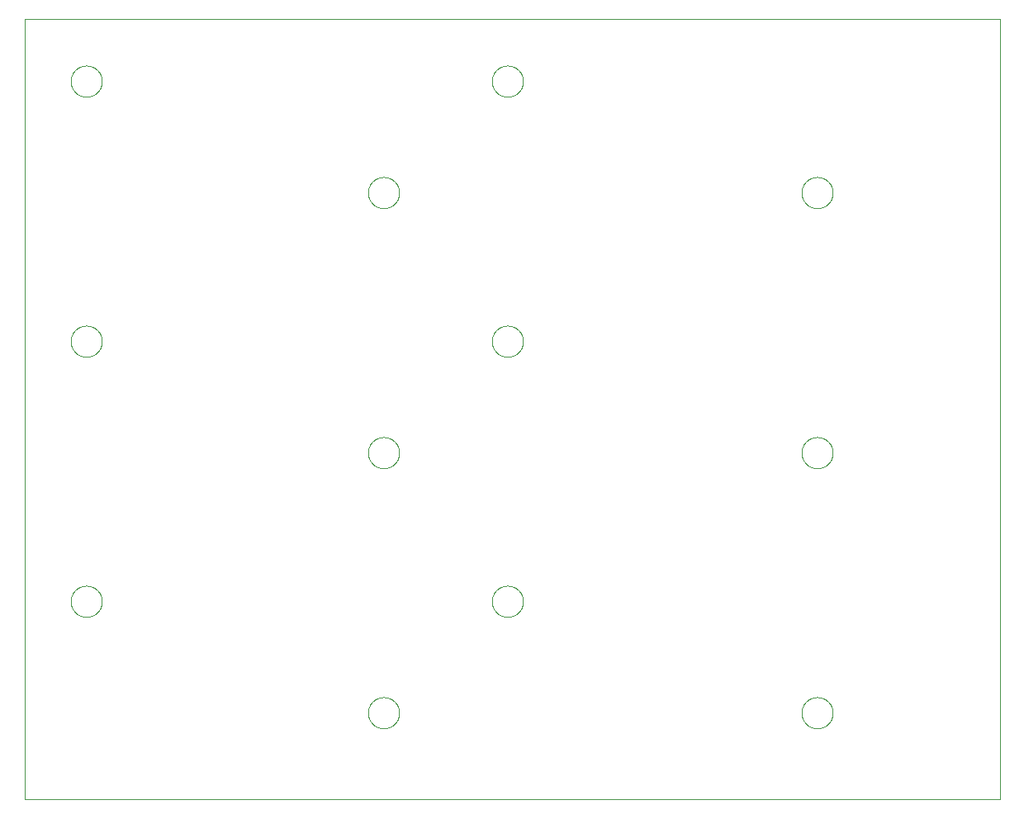
<source format=gtp>
G75*
%MOIN*%
%OFA0B0*%
%FSLAX25Y25*%
%IPPOS*%
%LPD*%
%AMOC8*
5,1,8,0,0,1.08239X$1,22.5*
%
%ADD10C,0.00000*%
D10*
X0002600Y0002600D02*
X0002600Y0317561D01*
X0396301Y0317561D01*
X0396301Y0002600D01*
X0002600Y0002600D01*
X0021301Y0082600D02*
X0021303Y0082758D01*
X0021309Y0082916D01*
X0021319Y0083074D01*
X0021333Y0083232D01*
X0021351Y0083389D01*
X0021372Y0083546D01*
X0021398Y0083702D01*
X0021428Y0083858D01*
X0021461Y0084013D01*
X0021499Y0084166D01*
X0021540Y0084319D01*
X0021585Y0084471D01*
X0021634Y0084622D01*
X0021687Y0084771D01*
X0021743Y0084919D01*
X0021803Y0085065D01*
X0021867Y0085210D01*
X0021935Y0085353D01*
X0022006Y0085495D01*
X0022080Y0085635D01*
X0022158Y0085772D01*
X0022240Y0085908D01*
X0022324Y0086042D01*
X0022413Y0086173D01*
X0022504Y0086302D01*
X0022599Y0086429D01*
X0022696Y0086554D01*
X0022797Y0086676D01*
X0022901Y0086795D01*
X0023008Y0086912D01*
X0023118Y0087026D01*
X0023231Y0087137D01*
X0023346Y0087246D01*
X0023464Y0087351D01*
X0023585Y0087453D01*
X0023708Y0087553D01*
X0023834Y0087649D01*
X0023962Y0087742D01*
X0024092Y0087832D01*
X0024225Y0087918D01*
X0024360Y0088002D01*
X0024496Y0088081D01*
X0024635Y0088158D01*
X0024776Y0088230D01*
X0024918Y0088300D01*
X0025062Y0088365D01*
X0025208Y0088427D01*
X0025355Y0088485D01*
X0025504Y0088540D01*
X0025654Y0088591D01*
X0025805Y0088638D01*
X0025957Y0088681D01*
X0026110Y0088720D01*
X0026265Y0088756D01*
X0026420Y0088787D01*
X0026576Y0088815D01*
X0026732Y0088839D01*
X0026889Y0088859D01*
X0027047Y0088875D01*
X0027204Y0088887D01*
X0027363Y0088895D01*
X0027521Y0088899D01*
X0027679Y0088899D01*
X0027837Y0088895D01*
X0027996Y0088887D01*
X0028153Y0088875D01*
X0028311Y0088859D01*
X0028468Y0088839D01*
X0028624Y0088815D01*
X0028780Y0088787D01*
X0028935Y0088756D01*
X0029090Y0088720D01*
X0029243Y0088681D01*
X0029395Y0088638D01*
X0029546Y0088591D01*
X0029696Y0088540D01*
X0029845Y0088485D01*
X0029992Y0088427D01*
X0030138Y0088365D01*
X0030282Y0088300D01*
X0030424Y0088230D01*
X0030565Y0088158D01*
X0030704Y0088081D01*
X0030840Y0088002D01*
X0030975Y0087918D01*
X0031108Y0087832D01*
X0031238Y0087742D01*
X0031366Y0087649D01*
X0031492Y0087553D01*
X0031615Y0087453D01*
X0031736Y0087351D01*
X0031854Y0087246D01*
X0031969Y0087137D01*
X0032082Y0087026D01*
X0032192Y0086912D01*
X0032299Y0086795D01*
X0032403Y0086676D01*
X0032504Y0086554D01*
X0032601Y0086429D01*
X0032696Y0086302D01*
X0032787Y0086173D01*
X0032876Y0086042D01*
X0032960Y0085908D01*
X0033042Y0085772D01*
X0033120Y0085635D01*
X0033194Y0085495D01*
X0033265Y0085353D01*
X0033333Y0085210D01*
X0033397Y0085065D01*
X0033457Y0084919D01*
X0033513Y0084771D01*
X0033566Y0084622D01*
X0033615Y0084471D01*
X0033660Y0084319D01*
X0033701Y0084166D01*
X0033739Y0084013D01*
X0033772Y0083858D01*
X0033802Y0083702D01*
X0033828Y0083546D01*
X0033849Y0083389D01*
X0033867Y0083232D01*
X0033881Y0083074D01*
X0033891Y0082916D01*
X0033897Y0082758D01*
X0033899Y0082600D01*
X0033897Y0082442D01*
X0033891Y0082284D01*
X0033881Y0082126D01*
X0033867Y0081968D01*
X0033849Y0081811D01*
X0033828Y0081654D01*
X0033802Y0081498D01*
X0033772Y0081342D01*
X0033739Y0081187D01*
X0033701Y0081034D01*
X0033660Y0080881D01*
X0033615Y0080729D01*
X0033566Y0080578D01*
X0033513Y0080429D01*
X0033457Y0080281D01*
X0033397Y0080135D01*
X0033333Y0079990D01*
X0033265Y0079847D01*
X0033194Y0079705D01*
X0033120Y0079565D01*
X0033042Y0079428D01*
X0032960Y0079292D01*
X0032876Y0079158D01*
X0032787Y0079027D01*
X0032696Y0078898D01*
X0032601Y0078771D01*
X0032504Y0078646D01*
X0032403Y0078524D01*
X0032299Y0078405D01*
X0032192Y0078288D01*
X0032082Y0078174D01*
X0031969Y0078063D01*
X0031854Y0077954D01*
X0031736Y0077849D01*
X0031615Y0077747D01*
X0031492Y0077647D01*
X0031366Y0077551D01*
X0031238Y0077458D01*
X0031108Y0077368D01*
X0030975Y0077282D01*
X0030840Y0077198D01*
X0030704Y0077119D01*
X0030565Y0077042D01*
X0030424Y0076970D01*
X0030282Y0076900D01*
X0030138Y0076835D01*
X0029992Y0076773D01*
X0029845Y0076715D01*
X0029696Y0076660D01*
X0029546Y0076609D01*
X0029395Y0076562D01*
X0029243Y0076519D01*
X0029090Y0076480D01*
X0028935Y0076444D01*
X0028780Y0076413D01*
X0028624Y0076385D01*
X0028468Y0076361D01*
X0028311Y0076341D01*
X0028153Y0076325D01*
X0027996Y0076313D01*
X0027837Y0076305D01*
X0027679Y0076301D01*
X0027521Y0076301D01*
X0027363Y0076305D01*
X0027204Y0076313D01*
X0027047Y0076325D01*
X0026889Y0076341D01*
X0026732Y0076361D01*
X0026576Y0076385D01*
X0026420Y0076413D01*
X0026265Y0076444D01*
X0026110Y0076480D01*
X0025957Y0076519D01*
X0025805Y0076562D01*
X0025654Y0076609D01*
X0025504Y0076660D01*
X0025355Y0076715D01*
X0025208Y0076773D01*
X0025062Y0076835D01*
X0024918Y0076900D01*
X0024776Y0076970D01*
X0024635Y0077042D01*
X0024496Y0077119D01*
X0024360Y0077198D01*
X0024225Y0077282D01*
X0024092Y0077368D01*
X0023962Y0077458D01*
X0023834Y0077551D01*
X0023708Y0077647D01*
X0023585Y0077747D01*
X0023464Y0077849D01*
X0023346Y0077954D01*
X0023231Y0078063D01*
X0023118Y0078174D01*
X0023008Y0078288D01*
X0022901Y0078405D01*
X0022797Y0078524D01*
X0022696Y0078646D01*
X0022599Y0078771D01*
X0022504Y0078898D01*
X0022413Y0079027D01*
X0022324Y0079158D01*
X0022240Y0079292D01*
X0022158Y0079428D01*
X0022080Y0079565D01*
X0022006Y0079705D01*
X0021935Y0079847D01*
X0021867Y0079990D01*
X0021803Y0080135D01*
X0021743Y0080281D01*
X0021687Y0080429D01*
X0021634Y0080578D01*
X0021585Y0080729D01*
X0021540Y0080881D01*
X0021499Y0081034D01*
X0021461Y0081187D01*
X0021428Y0081342D01*
X0021398Y0081498D01*
X0021372Y0081654D01*
X0021351Y0081811D01*
X0021333Y0081968D01*
X0021319Y0082126D01*
X0021309Y0082284D01*
X0021303Y0082442D01*
X0021301Y0082600D01*
X0141301Y0037600D02*
X0141303Y0037758D01*
X0141309Y0037916D01*
X0141319Y0038074D01*
X0141333Y0038232D01*
X0141351Y0038389D01*
X0141372Y0038546D01*
X0141398Y0038702D01*
X0141428Y0038858D01*
X0141461Y0039013D01*
X0141499Y0039166D01*
X0141540Y0039319D01*
X0141585Y0039471D01*
X0141634Y0039622D01*
X0141687Y0039771D01*
X0141743Y0039919D01*
X0141803Y0040065D01*
X0141867Y0040210D01*
X0141935Y0040353D01*
X0142006Y0040495D01*
X0142080Y0040635D01*
X0142158Y0040772D01*
X0142240Y0040908D01*
X0142324Y0041042D01*
X0142413Y0041173D01*
X0142504Y0041302D01*
X0142599Y0041429D01*
X0142696Y0041554D01*
X0142797Y0041676D01*
X0142901Y0041795D01*
X0143008Y0041912D01*
X0143118Y0042026D01*
X0143231Y0042137D01*
X0143346Y0042246D01*
X0143464Y0042351D01*
X0143585Y0042453D01*
X0143708Y0042553D01*
X0143834Y0042649D01*
X0143962Y0042742D01*
X0144092Y0042832D01*
X0144225Y0042918D01*
X0144360Y0043002D01*
X0144496Y0043081D01*
X0144635Y0043158D01*
X0144776Y0043230D01*
X0144918Y0043300D01*
X0145062Y0043365D01*
X0145208Y0043427D01*
X0145355Y0043485D01*
X0145504Y0043540D01*
X0145654Y0043591D01*
X0145805Y0043638D01*
X0145957Y0043681D01*
X0146110Y0043720D01*
X0146265Y0043756D01*
X0146420Y0043787D01*
X0146576Y0043815D01*
X0146732Y0043839D01*
X0146889Y0043859D01*
X0147047Y0043875D01*
X0147204Y0043887D01*
X0147363Y0043895D01*
X0147521Y0043899D01*
X0147679Y0043899D01*
X0147837Y0043895D01*
X0147996Y0043887D01*
X0148153Y0043875D01*
X0148311Y0043859D01*
X0148468Y0043839D01*
X0148624Y0043815D01*
X0148780Y0043787D01*
X0148935Y0043756D01*
X0149090Y0043720D01*
X0149243Y0043681D01*
X0149395Y0043638D01*
X0149546Y0043591D01*
X0149696Y0043540D01*
X0149845Y0043485D01*
X0149992Y0043427D01*
X0150138Y0043365D01*
X0150282Y0043300D01*
X0150424Y0043230D01*
X0150565Y0043158D01*
X0150704Y0043081D01*
X0150840Y0043002D01*
X0150975Y0042918D01*
X0151108Y0042832D01*
X0151238Y0042742D01*
X0151366Y0042649D01*
X0151492Y0042553D01*
X0151615Y0042453D01*
X0151736Y0042351D01*
X0151854Y0042246D01*
X0151969Y0042137D01*
X0152082Y0042026D01*
X0152192Y0041912D01*
X0152299Y0041795D01*
X0152403Y0041676D01*
X0152504Y0041554D01*
X0152601Y0041429D01*
X0152696Y0041302D01*
X0152787Y0041173D01*
X0152876Y0041042D01*
X0152960Y0040908D01*
X0153042Y0040772D01*
X0153120Y0040635D01*
X0153194Y0040495D01*
X0153265Y0040353D01*
X0153333Y0040210D01*
X0153397Y0040065D01*
X0153457Y0039919D01*
X0153513Y0039771D01*
X0153566Y0039622D01*
X0153615Y0039471D01*
X0153660Y0039319D01*
X0153701Y0039166D01*
X0153739Y0039013D01*
X0153772Y0038858D01*
X0153802Y0038702D01*
X0153828Y0038546D01*
X0153849Y0038389D01*
X0153867Y0038232D01*
X0153881Y0038074D01*
X0153891Y0037916D01*
X0153897Y0037758D01*
X0153899Y0037600D01*
X0153897Y0037442D01*
X0153891Y0037284D01*
X0153881Y0037126D01*
X0153867Y0036968D01*
X0153849Y0036811D01*
X0153828Y0036654D01*
X0153802Y0036498D01*
X0153772Y0036342D01*
X0153739Y0036187D01*
X0153701Y0036034D01*
X0153660Y0035881D01*
X0153615Y0035729D01*
X0153566Y0035578D01*
X0153513Y0035429D01*
X0153457Y0035281D01*
X0153397Y0035135D01*
X0153333Y0034990D01*
X0153265Y0034847D01*
X0153194Y0034705D01*
X0153120Y0034565D01*
X0153042Y0034428D01*
X0152960Y0034292D01*
X0152876Y0034158D01*
X0152787Y0034027D01*
X0152696Y0033898D01*
X0152601Y0033771D01*
X0152504Y0033646D01*
X0152403Y0033524D01*
X0152299Y0033405D01*
X0152192Y0033288D01*
X0152082Y0033174D01*
X0151969Y0033063D01*
X0151854Y0032954D01*
X0151736Y0032849D01*
X0151615Y0032747D01*
X0151492Y0032647D01*
X0151366Y0032551D01*
X0151238Y0032458D01*
X0151108Y0032368D01*
X0150975Y0032282D01*
X0150840Y0032198D01*
X0150704Y0032119D01*
X0150565Y0032042D01*
X0150424Y0031970D01*
X0150282Y0031900D01*
X0150138Y0031835D01*
X0149992Y0031773D01*
X0149845Y0031715D01*
X0149696Y0031660D01*
X0149546Y0031609D01*
X0149395Y0031562D01*
X0149243Y0031519D01*
X0149090Y0031480D01*
X0148935Y0031444D01*
X0148780Y0031413D01*
X0148624Y0031385D01*
X0148468Y0031361D01*
X0148311Y0031341D01*
X0148153Y0031325D01*
X0147996Y0031313D01*
X0147837Y0031305D01*
X0147679Y0031301D01*
X0147521Y0031301D01*
X0147363Y0031305D01*
X0147204Y0031313D01*
X0147047Y0031325D01*
X0146889Y0031341D01*
X0146732Y0031361D01*
X0146576Y0031385D01*
X0146420Y0031413D01*
X0146265Y0031444D01*
X0146110Y0031480D01*
X0145957Y0031519D01*
X0145805Y0031562D01*
X0145654Y0031609D01*
X0145504Y0031660D01*
X0145355Y0031715D01*
X0145208Y0031773D01*
X0145062Y0031835D01*
X0144918Y0031900D01*
X0144776Y0031970D01*
X0144635Y0032042D01*
X0144496Y0032119D01*
X0144360Y0032198D01*
X0144225Y0032282D01*
X0144092Y0032368D01*
X0143962Y0032458D01*
X0143834Y0032551D01*
X0143708Y0032647D01*
X0143585Y0032747D01*
X0143464Y0032849D01*
X0143346Y0032954D01*
X0143231Y0033063D01*
X0143118Y0033174D01*
X0143008Y0033288D01*
X0142901Y0033405D01*
X0142797Y0033524D01*
X0142696Y0033646D01*
X0142599Y0033771D01*
X0142504Y0033898D01*
X0142413Y0034027D01*
X0142324Y0034158D01*
X0142240Y0034292D01*
X0142158Y0034428D01*
X0142080Y0034565D01*
X0142006Y0034705D01*
X0141935Y0034847D01*
X0141867Y0034990D01*
X0141803Y0035135D01*
X0141743Y0035281D01*
X0141687Y0035429D01*
X0141634Y0035578D01*
X0141585Y0035729D01*
X0141540Y0035881D01*
X0141499Y0036034D01*
X0141461Y0036187D01*
X0141428Y0036342D01*
X0141398Y0036498D01*
X0141372Y0036654D01*
X0141351Y0036811D01*
X0141333Y0036968D01*
X0141319Y0037126D01*
X0141309Y0037284D01*
X0141303Y0037442D01*
X0141301Y0037600D01*
X0191301Y0082600D02*
X0191303Y0082758D01*
X0191309Y0082916D01*
X0191319Y0083074D01*
X0191333Y0083232D01*
X0191351Y0083389D01*
X0191372Y0083546D01*
X0191398Y0083702D01*
X0191428Y0083858D01*
X0191461Y0084013D01*
X0191499Y0084166D01*
X0191540Y0084319D01*
X0191585Y0084471D01*
X0191634Y0084622D01*
X0191687Y0084771D01*
X0191743Y0084919D01*
X0191803Y0085065D01*
X0191867Y0085210D01*
X0191935Y0085353D01*
X0192006Y0085495D01*
X0192080Y0085635D01*
X0192158Y0085772D01*
X0192240Y0085908D01*
X0192324Y0086042D01*
X0192413Y0086173D01*
X0192504Y0086302D01*
X0192599Y0086429D01*
X0192696Y0086554D01*
X0192797Y0086676D01*
X0192901Y0086795D01*
X0193008Y0086912D01*
X0193118Y0087026D01*
X0193231Y0087137D01*
X0193346Y0087246D01*
X0193464Y0087351D01*
X0193585Y0087453D01*
X0193708Y0087553D01*
X0193834Y0087649D01*
X0193962Y0087742D01*
X0194092Y0087832D01*
X0194225Y0087918D01*
X0194360Y0088002D01*
X0194496Y0088081D01*
X0194635Y0088158D01*
X0194776Y0088230D01*
X0194918Y0088300D01*
X0195062Y0088365D01*
X0195208Y0088427D01*
X0195355Y0088485D01*
X0195504Y0088540D01*
X0195654Y0088591D01*
X0195805Y0088638D01*
X0195957Y0088681D01*
X0196110Y0088720D01*
X0196265Y0088756D01*
X0196420Y0088787D01*
X0196576Y0088815D01*
X0196732Y0088839D01*
X0196889Y0088859D01*
X0197047Y0088875D01*
X0197204Y0088887D01*
X0197363Y0088895D01*
X0197521Y0088899D01*
X0197679Y0088899D01*
X0197837Y0088895D01*
X0197996Y0088887D01*
X0198153Y0088875D01*
X0198311Y0088859D01*
X0198468Y0088839D01*
X0198624Y0088815D01*
X0198780Y0088787D01*
X0198935Y0088756D01*
X0199090Y0088720D01*
X0199243Y0088681D01*
X0199395Y0088638D01*
X0199546Y0088591D01*
X0199696Y0088540D01*
X0199845Y0088485D01*
X0199992Y0088427D01*
X0200138Y0088365D01*
X0200282Y0088300D01*
X0200424Y0088230D01*
X0200565Y0088158D01*
X0200704Y0088081D01*
X0200840Y0088002D01*
X0200975Y0087918D01*
X0201108Y0087832D01*
X0201238Y0087742D01*
X0201366Y0087649D01*
X0201492Y0087553D01*
X0201615Y0087453D01*
X0201736Y0087351D01*
X0201854Y0087246D01*
X0201969Y0087137D01*
X0202082Y0087026D01*
X0202192Y0086912D01*
X0202299Y0086795D01*
X0202403Y0086676D01*
X0202504Y0086554D01*
X0202601Y0086429D01*
X0202696Y0086302D01*
X0202787Y0086173D01*
X0202876Y0086042D01*
X0202960Y0085908D01*
X0203042Y0085772D01*
X0203120Y0085635D01*
X0203194Y0085495D01*
X0203265Y0085353D01*
X0203333Y0085210D01*
X0203397Y0085065D01*
X0203457Y0084919D01*
X0203513Y0084771D01*
X0203566Y0084622D01*
X0203615Y0084471D01*
X0203660Y0084319D01*
X0203701Y0084166D01*
X0203739Y0084013D01*
X0203772Y0083858D01*
X0203802Y0083702D01*
X0203828Y0083546D01*
X0203849Y0083389D01*
X0203867Y0083232D01*
X0203881Y0083074D01*
X0203891Y0082916D01*
X0203897Y0082758D01*
X0203899Y0082600D01*
X0203897Y0082442D01*
X0203891Y0082284D01*
X0203881Y0082126D01*
X0203867Y0081968D01*
X0203849Y0081811D01*
X0203828Y0081654D01*
X0203802Y0081498D01*
X0203772Y0081342D01*
X0203739Y0081187D01*
X0203701Y0081034D01*
X0203660Y0080881D01*
X0203615Y0080729D01*
X0203566Y0080578D01*
X0203513Y0080429D01*
X0203457Y0080281D01*
X0203397Y0080135D01*
X0203333Y0079990D01*
X0203265Y0079847D01*
X0203194Y0079705D01*
X0203120Y0079565D01*
X0203042Y0079428D01*
X0202960Y0079292D01*
X0202876Y0079158D01*
X0202787Y0079027D01*
X0202696Y0078898D01*
X0202601Y0078771D01*
X0202504Y0078646D01*
X0202403Y0078524D01*
X0202299Y0078405D01*
X0202192Y0078288D01*
X0202082Y0078174D01*
X0201969Y0078063D01*
X0201854Y0077954D01*
X0201736Y0077849D01*
X0201615Y0077747D01*
X0201492Y0077647D01*
X0201366Y0077551D01*
X0201238Y0077458D01*
X0201108Y0077368D01*
X0200975Y0077282D01*
X0200840Y0077198D01*
X0200704Y0077119D01*
X0200565Y0077042D01*
X0200424Y0076970D01*
X0200282Y0076900D01*
X0200138Y0076835D01*
X0199992Y0076773D01*
X0199845Y0076715D01*
X0199696Y0076660D01*
X0199546Y0076609D01*
X0199395Y0076562D01*
X0199243Y0076519D01*
X0199090Y0076480D01*
X0198935Y0076444D01*
X0198780Y0076413D01*
X0198624Y0076385D01*
X0198468Y0076361D01*
X0198311Y0076341D01*
X0198153Y0076325D01*
X0197996Y0076313D01*
X0197837Y0076305D01*
X0197679Y0076301D01*
X0197521Y0076301D01*
X0197363Y0076305D01*
X0197204Y0076313D01*
X0197047Y0076325D01*
X0196889Y0076341D01*
X0196732Y0076361D01*
X0196576Y0076385D01*
X0196420Y0076413D01*
X0196265Y0076444D01*
X0196110Y0076480D01*
X0195957Y0076519D01*
X0195805Y0076562D01*
X0195654Y0076609D01*
X0195504Y0076660D01*
X0195355Y0076715D01*
X0195208Y0076773D01*
X0195062Y0076835D01*
X0194918Y0076900D01*
X0194776Y0076970D01*
X0194635Y0077042D01*
X0194496Y0077119D01*
X0194360Y0077198D01*
X0194225Y0077282D01*
X0194092Y0077368D01*
X0193962Y0077458D01*
X0193834Y0077551D01*
X0193708Y0077647D01*
X0193585Y0077747D01*
X0193464Y0077849D01*
X0193346Y0077954D01*
X0193231Y0078063D01*
X0193118Y0078174D01*
X0193008Y0078288D01*
X0192901Y0078405D01*
X0192797Y0078524D01*
X0192696Y0078646D01*
X0192599Y0078771D01*
X0192504Y0078898D01*
X0192413Y0079027D01*
X0192324Y0079158D01*
X0192240Y0079292D01*
X0192158Y0079428D01*
X0192080Y0079565D01*
X0192006Y0079705D01*
X0191935Y0079847D01*
X0191867Y0079990D01*
X0191803Y0080135D01*
X0191743Y0080281D01*
X0191687Y0080429D01*
X0191634Y0080578D01*
X0191585Y0080729D01*
X0191540Y0080881D01*
X0191499Y0081034D01*
X0191461Y0081187D01*
X0191428Y0081342D01*
X0191398Y0081498D01*
X0191372Y0081654D01*
X0191351Y0081811D01*
X0191333Y0081968D01*
X0191319Y0082126D01*
X0191309Y0082284D01*
X0191303Y0082442D01*
X0191301Y0082600D01*
X0141301Y0142600D02*
X0141303Y0142758D01*
X0141309Y0142916D01*
X0141319Y0143074D01*
X0141333Y0143232D01*
X0141351Y0143389D01*
X0141372Y0143546D01*
X0141398Y0143702D01*
X0141428Y0143858D01*
X0141461Y0144013D01*
X0141499Y0144166D01*
X0141540Y0144319D01*
X0141585Y0144471D01*
X0141634Y0144622D01*
X0141687Y0144771D01*
X0141743Y0144919D01*
X0141803Y0145065D01*
X0141867Y0145210D01*
X0141935Y0145353D01*
X0142006Y0145495D01*
X0142080Y0145635D01*
X0142158Y0145772D01*
X0142240Y0145908D01*
X0142324Y0146042D01*
X0142413Y0146173D01*
X0142504Y0146302D01*
X0142599Y0146429D01*
X0142696Y0146554D01*
X0142797Y0146676D01*
X0142901Y0146795D01*
X0143008Y0146912D01*
X0143118Y0147026D01*
X0143231Y0147137D01*
X0143346Y0147246D01*
X0143464Y0147351D01*
X0143585Y0147453D01*
X0143708Y0147553D01*
X0143834Y0147649D01*
X0143962Y0147742D01*
X0144092Y0147832D01*
X0144225Y0147918D01*
X0144360Y0148002D01*
X0144496Y0148081D01*
X0144635Y0148158D01*
X0144776Y0148230D01*
X0144918Y0148300D01*
X0145062Y0148365D01*
X0145208Y0148427D01*
X0145355Y0148485D01*
X0145504Y0148540D01*
X0145654Y0148591D01*
X0145805Y0148638D01*
X0145957Y0148681D01*
X0146110Y0148720D01*
X0146265Y0148756D01*
X0146420Y0148787D01*
X0146576Y0148815D01*
X0146732Y0148839D01*
X0146889Y0148859D01*
X0147047Y0148875D01*
X0147204Y0148887D01*
X0147363Y0148895D01*
X0147521Y0148899D01*
X0147679Y0148899D01*
X0147837Y0148895D01*
X0147996Y0148887D01*
X0148153Y0148875D01*
X0148311Y0148859D01*
X0148468Y0148839D01*
X0148624Y0148815D01*
X0148780Y0148787D01*
X0148935Y0148756D01*
X0149090Y0148720D01*
X0149243Y0148681D01*
X0149395Y0148638D01*
X0149546Y0148591D01*
X0149696Y0148540D01*
X0149845Y0148485D01*
X0149992Y0148427D01*
X0150138Y0148365D01*
X0150282Y0148300D01*
X0150424Y0148230D01*
X0150565Y0148158D01*
X0150704Y0148081D01*
X0150840Y0148002D01*
X0150975Y0147918D01*
X0151108Y0147832D01*
X0151238Y0147742D01*
X0151366Y0147649D01*
X0151492Y0147553D01*
X0151615Y0147453D01*
X0151736Y0147351D01*
X0151854Y0147246D01*
X0151969Y0147137D01*
X0152082Y0147026D01*
X0152192Y0146912D01*
X0152299Y0146795D01*
X0152403Y0146676D01*
X0152504Y0146554D01*
X0152601Y0146429D01*
X0152696Y0146302D01*
X0152787Y0146173D01*
X0152876Y0146042D01*
X0152960Y0145908D01*
X0153042Y0145772D01*
X0153120Y0145635D01*
X0153194Y0145495D01*
X0153265Y0145353D01*
X0153333Y0145210D01*
X0153397Y0145065D01*
X0153457Y0144919D01*
X0153513Y0144771D01*
X0153566Y0144622D01*
X0153615Y0144471D01*
X0153660Y0144319D01*
X0153701Y0144166D01*
X0153739Y0144013D01*
X0153772Y0143858D01*
X0153802Y0143702D01*
X0153828Y0143546D01*
X0153849Y0143389D01*
X0153867Y0143232D01*
X0153881Y0143074D01*
X0153891Y0142916D01*
X0153897Y0142758D01*
X0153899Y0142600D01*
X0153897Y0142442D01*
X0153891Y0142284D01*
X0153881Y0142126D01*
X0153867Y0141968D01*
X0153849Y0141811D01*
X0153828Y0141654D01*
X0153802Y0141498D01*
X0153772Y0141342D01*
X0153739Y0141187D01*
X0153701Y0141034D01*
X0153660Y0140881D01*
X0153615Y0140729D01*
X0153566Y0140578D01*
X0153513Y0140429D01*
X0153457Y0140281D01*
X0153397Y0140135D01*
X0153333Y0139990D01*
X0153265Y0139847D01*
X0153194Y0139705D01*
X0153120Y0139565D01*
X0153042Y0139428D01*
X0152960Y0139292D01*
X0152876Y0139158D01*
X0152787Y0139027D01*
X0152696Y0138898D01*
X0152601Y0138771D01*
X0152504Y0138646D01*
X0152403Y0138524D01*
X0152299Y0138405D01*
X0152192Y0138288D01*
X0152082Y0138174D01*
X0151969Y0138063D01*
X0151854Y0137954D01*
X0151736Y0137849D01*
X0151615Y0137747D01*
X0151492Y0137647D01*
X0151366Y0137551D01*
X0151238Y0137458D01*
X0151108Y0137368D01*
X0150975Y0137282D01*
X0150840Y0137198D01*
X0150704Y0137119D01*
X0150565Y0137042D01*
X0150424Y0136970D01*
X0150282Y0136900D01*
X0150138Y0136835D01*
X0149992Y0136773D01*
X0149845Y0136715D01*
X0149696Y0136660D01*
X0149546Y0136609D01*
X0149395Y0136562D01*
X0149243Y0136519D01*
X0149090Y0136480D01*
X0148935Y0136444D01*
X0148780Y0136413D01*
X0148624Y0136385D01*
X0148468Y0136361D01*
X0148311Y0136341D01*
X0148153Y0136325D01*
X0147996Y0136313D01*
X0147837Y0136305D01*
X0147679Y0136301D01*
X0147521Y0136301D01*
X0147363Y0136305D01*
X0147204Y0136313D01*
X0147047Y0136325D01*
X0146889Y0136341D01*
X0146732Y0136361D01*
X0146576Y0136385D01*
X0146420Y0136413D01*
X0146265Y0136444D01*
X0146110Y0136480D01*
X0145957Y0136519D01*
X0145805Y0136562D01*
X0145654Y0136609D01*
X0145504Y0136660D01*
X0145355Y0136715D01*
X0145208Y0136773D01*
X0145062Y0136835D01*
X0144918Y0136900D01*
X0144776Y0136970D01*
X0144635Y0137042D01*
X0144496Y0137119D01*
X0144360Y0137198D01*
X0144225Y0137282D01*
X0144092Y0137368D01*
X0143962Y0137458D01*
X0143834Y0137551D01*
X0143708Y0137647D01*
X0143585Y0137747D01*
X0143464Y0137849D01*
X0143346Y0137954D01*
X0143231Y0138063D01*
X0143118Y0138174D01*
X0143008Y0138288D01*
X0142901Y0138405D01*
X0142797Y0138524D01*
X0142696Y0138646D01*
X0142599Y0138771D01*
X0142504Y0138898D01*
X0142413Y0139027D01*
X0142324Y0139158D01*
X0142240Y0139292D01*
X0142158Y0139428D01*
X0142080Y0139565D01*
X0142006Y0139705D01*
X0141935Y0139847D01*
X0141867Y0139990D01*
X0141803Y0140135D01*
X0141743Y0140281D01*
X0141687Y0140429D01*
X0141634Y0140578D01*
X0141585Y0140729D01*
X0141540Y0140881D01*
X0141499Y0141034D01*
X0141461Y0141187D01*
X0141428Y0141342D01*
X0141398Y0141498D01*
X0141372Y0141654D01*
X0141351Y0141811D01*
X0141333Y0141968D01*
X0141319Y0142126D01*
X0141309Y0142284D01*
X0141303Y0142442D01*
X0141301Y0142600D01*
X0191301Y0187600D02*
X0191303Y0187758D01*
X0191309Y0187916D01*
X0191319Y0188074D01*
X0191333Y0188232D01*
X0191351Y0188389D01*
X0191372Y0188546D01*
X0191398Y0188702D01*
X0191428Y0188858D01*
X0191461Y0189013D01*
X0191499Y0189166D01*
X0191540Y0189319D01*
X0191585Y0189471D01*
X0191634Y0189622D01*
X0191687Y0189771D01*
X0191743Y0189919D01*
X0191803Y0190065D01*
X0191867Y0190210D01*
X0191935Y0190353D01*
X0192006Y0190495D01*
X0192080Y0190635D01*
X0192158Y0190772D01*
X0192240Y0190908D01*
X0192324Y0191042D01*
X0192413Y0191173D01*
X0192504Y0191302D01*
X0192599Y0191429D01*
X0192696Y0191554D01*
X0192797Y0191676D01*
X0192901Y0191795D01*
X0193008Y0191912D01*
X0193118Y0192026D01*
X0193231Y0192137D01*
X0193346Y0192246D01*
X0193464Y0192351D01*
X0193585Y0192453D01*
X0193708Y0192553D01*
X0193834Y0192649D01*
X0193962Y0192742D01*
X0194092Y0192832D01*
X0194225Y0192918D01*
X0194360Y0193002D01*
X0194496Y0193081D01*
X0194635Y0193158D01*
X0194776Y0193230D01*
X0194918Y0193300D01*
X0195062Y0193365D01*
X0195208Y0193427D01*
X0195355Y0193485D01*
X0195504Y0193540D01*
X0195654Y0193591D01*
X0195805Y0193638D01*
X0195957Y0193681D01*
X0196110Y0193720D01*
X0196265Y0193756D01*
X0196420Y0193787D01*
X0196576Y0193815D01*
X0196732Y0193839D01*
X0196889Y0193859D01*
X0197047Y0193875D01*
X0197204Y0193887D01*
X0197363Y0193895D01*
X0197521Y0193899D01*
X0197679Y0193899D01*
X0197837Y0193895D01*
X0197996Y0193887D01*
X0198153Y0193875D01*
X0198311Y0193859D01*
X0198468Y0193839D01*
X0198624Y0193815D01*
X0198780Y0193787D01*
X0198935Y0193756D01*
X0199090Y0193720D01*
X0199243Y0193681D01*
X0199395Y0193638D01*
X0199546Y0193591D01*
X0199696Y0193540D01*
X0199845Y0193485D01*
X0199992Y0193427D01*
X0200138Y0193365D01*
X0200282Y0193300D01*
X0200424Y0193230D01*
X0200565Y0193158D01*
X0200704Y0193081D01*
X0200840Y0193002D01*
X0200975Y0192918D01*
X0201108Y0192832D01*
X0201238Y0192742D01*
X0201366Y0192649D01*
X0201492Y0192553D01*
X0201615Y0192453D01*
X0201736Y0192351D01*
X0201854Y0192246D01*
X0201969Y0192137D01*
X0202082Y0192026D01*
X0202192Y0191912D01*
X0202299Y0191795D01*
X0202403Y0191676D01*
X0202504Y0191554D01*
X0202601Y0191429D01*
X0202696Y0191302D01*
X0202787Y0191173D01*
X0202876Y0191042D01*
X0202960Y0190908D01*
X0203042Y0190772D01*
X0203120Y0190635D01*
X0203194Y0190495D01*
X0203265Y0190353D01*
X0203333Y0190210D01*
X0203397Y0190065D01*
X0203457Y0189919D01*
X0203513Y0189771D01*
X0203566Y0189622D01*
X0203615Y0189471D01*
X0203660Y0189319D01*
X0203701Y0189166D01*
X0203739Y0189013D01*
X0203772Y0188858D01*
X0203802Y0188702D01*
X0203828Y0188546D01*
X0203849Y0188389D01*
X0203867Y0188232D01*
X0203881Y0188074D01*
X0203891Y0187916D01*
X0203897Y0187758D01*
X0203899Y0187600D01*
X0203897Y0187442D01*
X0203891Y0187284D01*
X0203881Y0187126D01*
X0203867Y0186968D01*
X0203849Y0186811D01*
X0203828Y0186654D01*
X0203802Y0186498D01*
X0203772Y0186342D01*
X0203739Y0186187D01*
X0203701Y0186034D01*
X0203660Y0185881D01*
X0203615Y0185729D01*
X0203566Y0185578D01*
X0203513Y0185429D01*
X0203457Y0185281D01*
X0203397Y0185135D01*
X0203333Y0184990D01*
X0203265Y0184847D01*
X0203194Y0184705D01*
X0203120Y0184565D01*
X0203042Y0184428D01*
X0202960Y0184292D01*
X0202876Y0184158D01*
X0202787Y0184027D01*
X0202696Y0183898D01*
X0202601Y0183771D01*
X0202504Y0183646D01*
X0202403Y0183524D01*
X0202299Y0183405D01*
X0202192Y0183288D01*
X0202082Y0183174D01*
X0201969Y0183063D01*
X0201854Y0182954D01*
X0201736Y0182849D01*
X0201615Y0182747D01*
X0201492Y0182647D01*
X0201366Y0182551D01*
X0201238Y0182458D01*
X0201108Y0182368D01*
X0200975Y0182282D01*
X0200840Y0182198D01*
X0200704Y0182119D01*
X0200565Y0182042D01*
X0200424Y0181970D01*
X0200282Y0181900D01*
X0200138Y0181835D01*
X0199992Y0181773D01*
X0199845Y0181715D01*
X0199696Y0181660D01*
X0199546Y0181609D01*
X0199395Y0181562D01*
X0199243Y0181519D01*
X0199090Y0181480D01*
X0198935Y0181444D01*
X0198780Y0181413D01*
X0198624Y0181385D01*
X0198468Y0181361D01*
X0198311Y0181341D01*
X0198153Y0181325D01*
X0197996Y0181313D01*
X0197837Y0181305D01*
X0197679Y0181301D01*
X0197521Y0181301D01*
X0197363Y0181305D01*
X0197204Y0181313D01*
X0197047Y0181325D01*
X0196889Y0181341D01*
X0196732Y0181361D01*
X0196576Y0181385D01*
X0196420Y0181413D01*
X0196265Y0181444D01*
X0196110Y0181480D01*
X0195957Y0181519D01*
X0195805Y0181562D01*
X0195654Y0181609D01*
X0195504Y0181660D01*
X0195355Y0181715D01*
X0195208Y0181773D01*
X0195062Y0181835D01*
X0194918Y0181900D01*
X0194776Y0181970D01*
X0194635Y0182042D01*
X0194496Y0182119D01*
X0194360Y0182198D01*
X0194225Y0182282D01*
X0194092Y0182368D01*
X0193962Y0182458D01*
X0193834Y0182551D01*
X0193708Y0182647D01*
X0193585Y0182747D01*
X0193464Y0182849D01*
X0193346Y0182954D01*
X0193231Y0183063D01*
X0193118Y0183174D01*
X0193008Y0183288D01*
X0192901Y0183405D01*
X0192797Y0183524D01*
X0192696Y0183646D01*
X0192599Y0183771D01*
X0192504Y0183898D01*
X0192413Y0184027D01*
X0192324Y0184158D01*
X0192240Y0184292D01*
X0192158Y0184428D01*
X0192080Y0184565D01*
X0192006Y0184705D01*
X0191935Y0184847D01*
X0191867Y0184990D01*
X0191803Y0185135D01*
X0191743Y0185281D01*
X0191687Y0185429D01*
X0191634Y0185578D01*
X0191585Y0185729D01*
X0191540Y0185881D01*
X0191499Y0186034D01*
X0191461Y0186187D01*
X0191428Y0186342D01*
X0191398Y0186498D01*
X0191372Y0186654D01*
X0191351Y0186811D01*
X0191333Y0186968D01*
X0191319Y0187126D01*
X0191309Y0187284D01*
X0191303Y0187442D01*
X0191301Y0187600D01*
X0141301Y0247600D02*
X0141303Y0247758D01*
X0141309Y0247916D01*
X0141319Y0248074D01*
X0141333Y0248232D01*
X0141351Y0248389D01*
X0141372Y0248546D01*
X0141398Y0248702D01*
X0141428Y0248858D01*
X0141461Y0249013D01*
X0141499Y0249166D01*
X0141540Y0249319D01*
X0141585Y0249471D01*
X0141634Y0249622D01*
X0141687Y0249771D01*
X0141743Y0249919D01*
X0141803Y0250065D01*
X0141867Y0250210D01*
X0141935Y0250353D01*
X0142006Y0250495D01*
X0142080Y0250635D01*
X0142158Y0250772D01*
X0142240Y0250908D01*
X0142324Y0251042D01*
X0142413Y0251173D01*
X0142504Y0251302D01*
X0142599Y0251429D01*
X0142696Y0251554D01*
X0142797Y0251676D01*
X0142901Y0251795D01*
X0143008Y0251912D01*
X0143118Y0252026D01*
X0143231Y0252137D01*
X0143346Y0252246D01*
X0143464Y0252351D01*
X0143585Y0252453D01*
X0143708Y0252553D01*
X0143834Y0252649D01*
X0143962Y0252742D01*
X0144092Y0252832D01*
X0144225Y0252918D01*
X0144360Y0253002D01*
X0144496Y0253081D01*
X0144635Y0253158D01*
X0144776Y0253230D01*
X0144918Y0253300D01*
X0145062Y0253365D01*
X0145208Y0253427D01*
X0145355Y0253485D01*
X0145504Y0253540D01*
X0145654Y0253591D01*
X0145805Y0253638D01*
X0145957Y0253681D01*
X0146110Y0253720D01*
X0146265Y0253756D01*
X0146420Y0253787D01*
X0146576Y0253815D01*
X0146732Y0253839D01*
X0146889Y0253859D01*
X0147047Y0253875D01*
X0147204Y0253887D01*
X0147363Y0253895D01*
X0147521Y0253899D01*
X0147679Y0253899D01*
X0147837Y0253895D01*
X0147996Y0253887D01*
X0148153Y0253875D01*
X0148311Y0253859D01*
X0148468Y0253839D01*
X0148624Y0253815D01*
X0148780Y0253787D01*
X0148935Y0253756D01*
X0149090Y0253720D01*
X0149243Y0253681D01*
X0149395Y0253638D01*
X0149546Y0253591D01*
X0149696Y0253540D01*
X0149845Y0253485D01*
X0149992Y0253427D01*
X0150138Y0253365D01*
X0150282Y0253300D01*
X0150424Y0253230D01*
X0150565Y0253158D01*
X0150704Y0253081D01*
X0150840Y0253002D01*
X0150975Y0252918D01*
X0151108Y0252832D01*
X0151238Y0252742D01*
X0151366Y0252649D01*
X0151492Y0252553D01*
X0151615Y0252453D01*
X0151736Y0252351D01*
X0151854Y0252246D01*
X0151969Y0252137D01*
X0152082Y0252026D01*
X0152192Y0251912D01*
X0152299Y0251795D01*
X0152403Y0251676D01*
X0152504Y0251554D01*
X0152601Y0251429D01*
X0152696Y0251302D01*
X0152787Y0251173D01*
X0152876Y0251042D01*
X0152960Y0250908D01*
X0153042Y0250772D01*
X0153120Y0250635D01*
X0153194Y0250495D01*
X0153265Y0250353D01*
X0153333Y0250210D01*
X0153397Y0250065D01*
X0153457Y0249919D01*
X0153513Y0249771D01*
X0153566Y0249622D01*
X0153615Y0249471D01*
X0153660Y0249319D01*
X0153701Y0249166D01*
X0153739Y0249013D01*
X0153772Y0248858D01*
X0153802Y0248702D01*
X0153828Y0248546D01*
X0153849Y0248389D01*
X0153867Y0248232D01*
X0153881Y0248074D01*
X0153891Y0247916D01*
X0153897Y0247758D01*
X0153899Y0247600D01*
X0153897Y0247442D01*
X0153891Y0247284D01*
X0153881Y0247126D01*
X0153867Y0246968D01*
X0153849Y0246811D01*
X0153828Y0246654D01*
X0153802Y0246498D01*
X0153772Y0246342D01*
X0153739Y0246187D01*
X0153701Y0246034D01*
X0153660Y0245881D01*
X0153615Y0245729D01*
X0153566Y0245578D01*
X0153513Y0245429D01*
X0153457Y0245281D01*
X0153397Y0245135D01*
X0153333Y0244990D01*
X0153265Y0244847D01*
X0153194Y0244705D01*
X0153120Y0244565D01*
X0153042Y0244428D01*
X0152960Y0244292D01*
X0152876Y0244158D01*
X0152787Y0244027D01*
X0152696Y0243898D01*
X0152601Y0243771D01*
X0152504Y0243646D01*
X0152403Y0243524D01*
X0152299Y0243405D01*
X0152192Y0243288D01*
X0152082Y0243174D01*
X0151969Y0243063D01*
X0151854Y0242954D01*
X0151736Y0242849D01*
X0151615Y0242747D01*
X0151492Y0242647D01*
X0151366Y0242551D01*
X0151238Y0242458D01*
X0151108Y0242368D01*
X0150975Y0242282D01*
X0150840Y0242198D01*
X0150704Y0242119D01*
X0150565Y0242042D01*
X0150424Y0241970D01*
X0150282Y0241900D01*
X0150138Y0241835D01*
X0149992Y0241773D01*
X0149845Y0241715D01*
X0149696Y0241660D01*
X0149546Y0241609D01*
X0149395Y0241562D01*
X0149243Y0241519D01*
X0149090Y0241480D01*
X0148935Y0241444D01*
X0148780Y0241413D01*
X0148624Y0241385D01*
X0148468Y0241361D01*
X0148311Y0241341D01*
X0148153Y0241325D01*
X0147996Y0241313D01*
X0147837Y0241305D01*
X0147679Y0241301D01*
X0147521Y0241301D01*
X0147363Y0241305D01*
X0147204Y0241313D01*
X0147047Y0241325D01*
X0146889Y0241341D01*
X0146732Y0241361D01*
X0146576Y0241385D01*
X0146420Y0241413D01*
X0146265Y0241444D01*
X0146110Y0241480D01*
X0145957Y0241519D01*
X0145805Y0241562D01*
X0145654Y0241609D01*
X0145504Y0241660D01*
X0145355Y0241715D01*
X0145208Y0241773D01*
X0145062Y0241835D01*
X0144918Y0241900D01*
X0144776Y0241970D01*
X0144635Y0242042D01*
X0144496Y0242119D01*
X0144360Y0242198D01*
X0144225Y0242282D01*
X0144092Y0242368D01*
X0143962Y0242458D01*
X0143834Y0242551D01*
X0143708Y0242647D01*
X0143585Y0242747D01*
X0143464Y0242849D01*
X0143346Y0242954D01*
X0143231Y0243063D01*
X0143118Y0243174D01*
X0143008Y0243288D01*
X0142901Y0243405D01*
X0142797Y0243524D01*
X0142696Y0243646D01*
X0142599Y0243771D01*
X0142504Y0243898D01*
X0142413Y0244027D01*
X0142324Y0244158D01*
X0142240Y0244292D01*
X0142158Y0244428D01*
X0142080Y0244565D01*
X0142006Y0244705D01*
X0141935Y0244847D01*
X0141867Y0244990D01*
X0141803Y0245135D01*
X0141743Y0245281D01*
X0141687Y0245429D01*
X0141634Y0245578D01*
X0141585Y0245729D01*
X0141540Y0245881D01*
X0141499Y0246034D01*
X0141461Y0246187D01*
X0141428Y0246342D01*
X0141398Y0246498D01*
X0141372Y0246654D01*
X0141351Y0246811D01*
X0141333Y0246968D01*
X0141319Y0247126D01*
X0141309Y0247284D01*
X0141303Y0247442D01*
X0141301Y0247600D01*
X0191301Y0292600D02*
X0191303Y0292758D01*
X0191309Y0292916D01*
X0191319Y0293074D01*
X0191333Y0293232D01*
X0191351Y0293389D01*
X0191372Y0293546D01*
X0191398Y0293702D01*
X0191428Y0293858D01*
X0191461Y0294013D01*
X0191499Y0294166D01*
X0191540Y0294319D01*
X0191585Y0294471D01*
X0191634Y0294622D01*
X0191687Y0294771D01*
X0191743Y0294919D01*
X0191803Y0295065D01*
X0191867Y0295210D01*
X0191935Y0295353D01*
X0192006Y0295495D01*
X0192080Y0295635D01*
X0192158Y0295772D01*
X0192240Y0295908D01*
X0192324Y0296042D01*
X0192413Y0296173D01*
X0192504Y0296302D01*
X0192599Y0296429D01*
X0192696Y0296554D01*
X0192797Y0296676D01*
X0192901Y0296795D01*
X0193008Y0296912D01*
X0193118Y0297026D01*
X0193231Y0297137D01*
X0193346Y0297246D01*
X0193464Y0297351D01*
X0193585Y0297453D01*
X0193708Y0297553D01*
X0193834Y0297649D01*
X0193962Y0297742D01*
X0194092Y0297832D01*
X0194225Y0297918D01*
X0194360Y0298002D01*
X0194496Y0298081D01*
X0194635Y0298158D01*
X0194776Y0298230D01*
X0194918Y0298300D01*
X0195062Y0298365D01*
X0195208Y0298427D01*
X0195355Y0298485D01*
X0195504Y0298540D01*
X0195654Y0298591D01*
X0195805Y0298638D01*
X0195957Y0298681D01*
X0196110Y0298720D01*
X0196265Y0298756D01*
X0196420Y0298787D01*
X0196576Y0298815D01*
X0196732Y0298839D01*
X0196889Y0298859D01*
X0197047Y0298875D01*
X0197204Y0298887D01*
X0197363Y0298895D01*
X0197521Y0298899D01*
X0197679Y0298899D01*
X0197837Y0298895D01*
X0197996Y0298887D01*
X0198153Y0298875D01*
X0198311Y0298859D01*
X0198468Y0298839D01*
X0198624Y0298815D01*
X0198780Y0298787D01*
X0198935Y0298756D01*
X0199090Y0298720D01*
X0199243Y0298681D01*
X0199395Y0298638D01*
X0199546Y0298591D01*
X0199696Y0298540D01*
X0199845Y0298485D01*
X0199992Y0298427D01*
X0200138Y0298365D01*
X0200282Y0298300D01*
X0200424Y0298230D01*
X0200565Y0298158D01*
X0200704Y0298081D01*
X0200840Y0298002D01*
X0200975Y0297918D01*
X0201108Y0297832D01*
X0201238Y0297742D01*
X0201366Y0297649D01*
X0201492Y0297553D01*
X0201615Y0297453D01*
X0201736Y0297351D01*
X0201854Y0297246D01*
X0201969Y0297137D01*
X0202082Y0297026D01*
X0202192Y0296912D01*
X0202299Y0296795D01*
X0202403Y0296676D01*
X0202504Y0296554D01*
X0202601Y0296429D01*
X0202696Y0296302D01*
X0202787Y0296173D01*
X0202876Y0296042D01*
X0202960Y0295908D01*
X0203042Y0295772D01*
X0203120Y0295635D01*
X0203194Y0295495D01*
X0203265Y0295353D01*
X0203333Y0295210D01*
X0203397Y0295065D01*
X0203457Y0294919D01*
X0203513Y0294771D01*
X0203566Y0294622D01*
X0203615Y0294471D01*
X0203660Y0294319D01*
X0203701Y0294166D01*
X0203739Y0294013D01*
X0203772Y0293858D01*
X0203802Y0293702D01*
X0203828Y0293546D01*
X0203849Y0293389D01*
X0203867Y0293232D01*
X0203881Y0293074D01*
X0203891Y0292916D01*
X0203897Y0292758D01*
X0203899Y0292600D01*
X0203897Y0292442D01*
X0203891Y0292284D01*
X0203881Y0292126D01*
X0203867Y0291968D01*
X0203849Y0291811D01*
X0203828Y0291654D01*
X0203802Y0291498D01*
X0203772Y0291342D01*
X0203739Y0291187D01*
X0203701Y0291034D01*
X0203660Y0290881D01*
X0203615Y0290729D01*
X0203566Y0290578D01*
X0203513Y0290429D01*
X0203457Y0290281D01*
X0203397Y0290135D01*
X0203333Y0289990D01*
X0203265Y0289847D01*
X0203194Y0289705D01*
X0203120Y0289565D01*
X0203042Y0289428D01*
X0202960Y0289292D01*
X0202876Y0289158D01*
X0202787Y0289027D01*
X0202696Y0288898D01*
X0202601Y0288771D01*
X0202504Y0288646D01*
X0202403Y0288524D01*
X0202299Y0288405D01*
X0202192Y0288288D01*
X0202082Y0288174D01*
X0201969Y0288063D01*
X0201854Y0287954D01*
X0201736Y0287849D01*
X0201615Y0287747D01*
X0201492Y0287647D01*
X0201366Y0287551D01*
X0201238Y0287458D01*
X0201108Y0287368D01*
X0200975Y0287282D01*
X0200840Y0287198D01*
X0200704Y0287119D01*
X0200565Y0287042D01*
X0200424Y0286970D01*
X0200282Y0286900D01*
X0200138Y0286835D01*
X0199992Y0286773D01*
X0199845Y0286715D01*
X0199696Y0286660D01*
X0199546Y0286609D01*
X0199395Y0286562D01*
X0199243Y0286519D01*
X0199090Y0286480D01*
X0198935Y0286444D01*
X0198780Y0286413D01*
X0198624Y0286385D01*
X0198468Y0286361D01*
X0198311Y0286341D01*
X0198153Y0286325D01*
X0197996Y0286313D01*
X0197837Y0286305D01*
X0197679Y0286301D01*
X0197521Y0286301D01*
X0197363Y0286305D01*
X0197204Y0286313D01*
X0197047Y0286325D01*
X0196889Y0286341D01*
X0196732Y0286361D01*
X0196576Y0286385D01*
X0196420Y0286413D01*
X0196265Y0286444D01*
X0196110Y0286480D01*
X0195957Y0286519D01*
X0195805Y0286562D01*
X0195654Y0286609D01*
X0195504Y0286660D01*
X0195355Y0286715D01*
X0195208Y0286773D01*
X0195062Y0286835D01*
X0194918Y0286900D01*
X0194776Y0286970D01*
X0194635Y0287042D01*
X0194496Y0287119D01*
X0194360Y0287198D01*
X0194225Y0287282D01*
X0194092Y0287368D01*
X0193962Y0287458D01*
X0193834Y0287551D01*
X0193708Y0287647D01*
X0193585Y0287747D01*
X0193464Y0287849D01*
X0193346Y0287954D01*
X0193231Y0288063D01*
X0193118Y0288174D01*
X0193008Y0288288D01*
X0192901Y0288405D01*
X0192797Y0288524D01*
X0192696Y0288646D01*
X0192599Y0288771D01*
X0192504Y0288898D01*
X0192413Y0289027D01*
X0192324Y0289158D01*
X0192240Y0289292D01*
X0192158Y0289428D01*
X0192080Y0289565D01*
X0192006Y0289705D01*
X0191935Y0289847D01*
X0191867Y0289990D01*
X0191803Y0290135D01*
X0191743Y0290281D01*
X0191687Y0290429D01*
X0191634Y0290578D01*
X0191585Y0290729D01*
X0191540Y0290881D01*
X0191499Y0291034D01*
X0191461Y0291187D01*
X0191428Y0291342D01*
X0191398Y0291498D01*
X0191372Y0291654D01*
X0191351Y0291811D01*
X0191333Y0291968D01*
X0191319Y0292126D01*
X0191309Y0292284D01*
X0191303Y0292442D01*
X0191301Y0292600D01*
X0316301Y0247600D02*
X0316303Y0247758D01*
X0316309Y0247916D01*
X0316319Y0248074D01*
X0316333Y0248232D01*
X0316351Y0248389D01*
X0316372Y0248546D01*
X0316398Y0248702D01*
X0316428Y0248858D01*
X0316461Y0249013D01*
X0316499Y0249166D01*
X0316540Y0249319D01*
X0316585Y0249471D01*
X0316634Y0249622D01*
X0316687Y0249771D01*
X0316743Y0249919D01*
X0316803Y0250065D01*
X0316867Y0250210D01*
X0316935Y0250353D01*
X0317006Y0250495D01*
X0317080Y0250635D01*
X0317158Y0250772D01*
X0317240Y0250908D01*
X0317324Y0251042D01*
X0317413Y0251173D01*
X0317504Y0251302D01*
X0317599Y0251429D01*
X0317696Y0251554D01*
X0317797Y0251676D01*
X0317901Y0251795D01*
X0318008Y0251912D01*
X0318118Y0252026D01*
X0318231Y0252137D01*
X0318346Y0252246D01*
X0318464Y0252351D01*
X0318585Y0252453D01*
X0318708Y0252553D01*
X0318834Y0252649D01*
X0318962Y0252742D01*
X0319092Y0252832D01*
X0319225Y0252918D01*
X0319360Y0253002D01*
X0319496Y0253081D01*
X0319635Y0253158D01*
X0319776Y0253230D01*
X0319918Y0253300D01*
X0320062Y0253365D01*
X0320208Y0253427D01*
X0320355Y0253485D01*
X0320504Y0253540D01*
X0320654Y0253591D01*
X0320805Y0253638D01*
X0320957Y0253681D01*
X0321110Y0253720D01*
X0321265Y0253756D01*
X0321420Y0253787D01*
X0321576Y0253815D01*
X0321732Y0253839D01*
X0321889Y0253859D01*
X0322047Y0253875D01*
X0322204Y0253887D01*
X0322363Y0253895D01*
X0322521Y0253899D01*
X0322679Y0253899D01*
X0322837Y0253895D01*
X0322996Y0253887D01*
X0323153Y0253875D01*
X0323311Y0253859D01*
X0323468Y0253839D01*
X0323624Y0253815D01*
X0323780Y0253787D01*
X0323935Y0253756D01*
X0324090Y0253720D01*
X0324243Y0253681D01*
X0324395Y0253638D01*
X0324546Y0253591D01*
X0324696Y0253540D01*
X0324845Y0253485D01*
X0324992Y0253427D01*
X0325138Y0253365D01*
X0325282Y0253300D01*
X0325424Y0253230D01*
X0325565Y0253158D01*
X0325704Y0253081D01*
X0325840Y0253002D01*
X0325975Y0252918D01*
X0326108Y0252832D01*
X0326238Y0252742D01*
X0326366Y0252649D01*
X0326492Y0252553D01*
X0326615Y0252453D01*
X0326736Y0252351D01*
X0326854Y0252246D01*
X0326969Y0252137D01*
X0327082Y0252026D01*
X0327192Y0251912D01*
X0327299Y0251795D01*
X0327403Y0251676D01*
X0327504Y0251554D01*
X0327601Y0251429D01*
X0327696Y0251302D01*
X0327787Y0251173D01*
X0327876Y0251042D01*
X0327960Y0250908D01*
X0328042Y0250772D01*
X0328120Y0250635D01*
X0328194Y0250495D01*
X0328265Y0250353D01*
X0328333Y0250210D01*
X0328397Y0250065D01*
X0328457Y0249919D01*
X0328513Y0249771D01*
X0328566Y0249622D01*
X0328615Y0249471D01*
X0328660Y0249319D01*
X0328701Y0249166D01*
X0328739Y0249013D01*
X0328772Y0248858D01*
X0328802Y0248702D01*
X0328828Y0248546D01*
X0328849Y0248389D01*
X0328867Y0248232D01*
X0328881Y0248074D01*
X0328891Y0247916D01*
X0328897Y0247758D01*
X0328899Y0247600D01*
X0328897Y0247442D01*
X0328891Y0247284D01*
X0328881Y0247126D01*
X0328867Y0246968D01*
X0328849Y0246811D01*
X0328828Y0246654D01*
X0328802Y0246498D01*
X0328772Y0246342D01*
X0328739Y0246187D01*
X0328701Y0246034D01*
X0328660Y0245881D01*
X0328615Y0245729D01*
X0328566Y0245578D01*
X0328513Y0245429D01*
X0328457Y0245281D01*
X0328397Y0245135D01*
X0328333Y0244990D01*
X0328265Y0244847D01*
X0328194Y0244705D01*
X0328120Y0244565D01*
X0328042Y0244428D01*
X0327960Y0244292D01*
X0327876Y0244158D01*
X0327787Y0244027D01*
X0327696Y0243898D01*
X0327601Y0243771D01*
X0327504Y0243646D01*
X0327403Y0243524D01*
X0327299Y0243405D01*
X0327192Y0243288D01*
X0327082Y0243174D01*
X0326969Y0243063D01*
X0326854Y0242954D01*
X0326736Y0242849D01*
X0326615Y0242747D01*
X0326492Y0242647D01*
X0326366Y0242551D01*
X0326238Y0242458D01*
X0326108Y0242368D01*
X0325975Y0242282D01*
X0325840Y0242198D01*
X0325704Y0242119D01*
X0325565Y0242042D01*
X0325424Y0241970D01*
X0325282Y0241900D01*
X0325138Y0241835D01*
X0324992Y0241773D01*
X0324845Y0241715D01*
X0324696Y0241660D01*
X0324546Y0241609D01*
X0324395Y0241562D01*
X0324243Y0241519D01*
X0324090Y0241480D01*
X0323935Y0241444D01*
X0323780Y0241413D01*
X0323624Y0241385D01*
X0323468Y0241361D01*
X0323311Y0241341D01*
X0323153Y0241325D01*
X0322996Y0241313D01*
X0322837Y0241305D01*
X0322679Y0241301D01*
X0322521Y0241301D01*
X0322363Y0241305D01*
X0322204Y0241313D01*
X0322047Y0241325D01*
X0321889Y0241341D01*
X0321732Y0241361D01*
X0321576Y0241385D01*
X0321420Y0241413D01*
X0321265Y0241444D01*
X0321110Y0241480D01*
X0320957Y0241519D01*
X0320805Y0241562D01*
X0320654Y0241609D01*
X0320504Y0241660D01*
X0320355Y0241715D01*
X0320208Y0241773D01*
X0320062Y0241835D01*
X0319918Y0241900D01*
X0319776Y0241970D01*
X0319635Y0242042D01*
X0319496Y0242119D01*
X0319360Y0242198D01*
X0319225Y0242282D01*
X0319092Y0242368D01*
X0318962Y0242458D01*
X0318834Y0242551D01*
X0318708Y0242647D01*
X0318585Y0242747D01*
X0318464Y0242849D01*
X0318346Y0242954D01*
X0318231Y0243063D01*
X0318118Y0243174D01*
X0318008Y0243288D01*
X0317901Y0243405D01*
X0317797Y0243524D01*
X0317696Y0243646D01*
X0317599Y0243771D01*
X0317504Y0243898D01*
X0317413Y0244027D01*
X0317324Y0244158D01*
X0317240Y0244292D01*
X0317158Y0244428D01*
X0317080Y0244565D01*
X0317006Y0244705D01*
X0316935Y0244847D01*
X0316867Y0244990D01*
X0316803Y0245135D01*
X0316743Y0245281D01*
X0316687Y0245429D01*
X0316634Y0245578D01*
X0316585Y0245729D01*
X0316540Y0245881D01*
X0316499Y0246034D01*
X0316461Y0246187D01*
X0316428Y0246342D01*
X0316398Y0246498D01*
X0316372Y0246654D01*
X0316351Y0246811D01*
X0316333Y0246968D01*
X0316319Y0247126D01*
X0316309Y0247284D01*
X0316303Y0247442D01*
X0316301Y0247600D01*
X0316301Y0142600D02*
X0316303Y0142758D01*
X0316309Y0142916D01*
X0316319Y0143074D01*
X0316333Y0143232D01*
X0316351Y0143389D01*
X0316372Y0143546D01*
X0316398Y0143702D01*
X0316428Y0143858D01*
X0316461Y0144013D01*
X0316499Y0144166D01*
X0316540Y0144319D01*
X0316585Y0144471D01*
X0316634Y0144622D01*
X0316687Y0144771D01*
X0316743Y0144919D01*
X0316803Y0145065D01*
X0316867Y0145210D01*
X0316935Y0145353D01*
X0317006Y0145495D01*
X0317080Y0145635D01*
X0317158Y0145772D01*
X0317240Y0145908D01*
X0317324Y0146042D01*
X0317413Y0146173D01*
X0317504Y0146302D01*
X0317599Y0146429D01*
X0317696Y0146554D01*
X0317797Y0146676D01*
X0317901Y0146795D01*
X0318008Y0146912D01*
X0318118Y0147026D01*
X0318231Y0147137D01*
X0318346Y0147246D01*
X0318464Y0147351D01*
X0318585Y0147453D01*
X0318708Y0147553D01*
X0318834Y0147649D01*
X0318962Y0147742D01*
X0319092Y0147832D01*
X0319225Y0147918D01*
X0319360Y0148002D01*
X0319496Y0148081D01*
X0319635Y0148158D01*
X0319776Y0148230D01*
X0319918Y0148300D01*
X0320062Y0148365D01*
X0320208Y0148427D01*
X0320355Y0148485D01*
X0320504Y0148540D01*
X0320654Y0148591D01*
X0320805Y0148638D01*
X0320957Y0148681D01*
X0321110Y0148720D01*
X0321265Y0148756D01*
X0321420Y0148787D01*
X0321576Y0148815D01*
X0321732Y0148839D01*
X0321889Y0148859D01*
X0322047Y0148875D01*
X0322204Y0148887D01*
X0322363Y0148895D01*
X0322521Y0148899D01*
X0322679Y0148899D01*
X0322837Y0148895D01*
X0322996Y0148887D01*
X0323153Y0148875D01*
X0323311Y0148859D01*
X0323468Y0148839D01*
X0323624Y0148815D01*
X0323780Y0148787D01*
X0323935Y0148756D01*
X0324090Y0148720D01*
X0324243Y0148681D01*
X0324395Y0148638D01*
X0324546Y0148591D01*
X0324696Y0148540D01*
X0324845Y0148485D01*
X0324992Y0148427D01*
X0325138Y0148365D01*
X0325282Y0148300D01*
X0325424Y0148230D01*
X0325565Y0148158D01*
X0325704Y0148081D01*
X0325840Y0148002D01*
X0325975Y0147918D01*
X0326108Y0147832D01*
X0326238Y0147742D01*
X0326366Y0147649D01*
X0326492Y0147553D01*
X0326615Y0147453D01*
X0326736Y0147351D01*
X0326854Y0147246D01*
X0326969Y0147137D01*
X0327082Y0147026D01*
X0327192Y0146912D01*
X0327299Y0146795D01*
X0327403Y0146676D01*
X0327504Y0146554D01*
X0327601Y0146429D01*
X0327696Y0146302D01*
X0327787Y0146173D01*
X0327876Y0146042D01*
X0327960Y0145908D01*
X0328042Y0145772D01*
X0328120Y0145635D01*
X0328194Y0145495D01*
X0328265Y0145353D01*
X0328333Y0145210D01*
X0328397Y0145065D01*
X0328457Y0144919D01*
X0328513Y0144771D01*
X0328566Y0144622D01*
X0328615Y0144471D01*
X0328660Y0144319D01*
X0328701Y0144166D01*
X0328739Y0144013D01*
X0328772Y0143858D01*
X0328802Y0143702D01*
X0328828Y0143546D01*
X0328849Y0143389D01*
X0328867Y0143232D01*
X0328881Y0143074D01*
X0328891Y0142916D01*
X0328897Y0142758D01*
X0328899Y0142600D01*
X0328897Y0142442D01*
X0328891Y0142284D01*
X0328881Y0142126D01*
X0328867Y0141968D01*
X0328849Y0141811D01*
X0328828Y0141654D01*
X0328802Y0141498D01*
X0328772Y0141342D01*
X0328739Y0141187D01*
X0328701Y0141034D01*
X0328660Y0140881D01*
X0328615Y0140729D01*
X0328566Y0140578D01*
X0328513Y0140429D01*
X0328457Y0140281D01*
X0328397Y0140135D01*
X0328333Y0139990D01*
X0328265Y0139847D01*
X0328194Y0139705D01*
X0328120Y0139565D01*
X0328042Y0139428D01*
X0327960Y0139292D01*
X0327876Y0139158D01*
X0327787Y0139027D01*
X0327696Y0138898D01*
X0327601Y0138771D01*
X0327504Y0138646D01*
X0327403Y0138524D01*
X0327299Y0138405D01*
X0327192Y0138288D01*
X0327082Y0138174D01*
X0326969Y0138063D01*
X0326854Y0137954D01*
X0326736Y0137849D01*
X0326615Y0137747D01*
X0326492Y0137647D01*
X0326366Y0137551D01*
X0326238Y0137458D01*
X0326108Y0137368D01*
X0325975Y0137282D01*
X0325840Y0137198D01*
X0325704Y0137119D01*
X0325565Y0137042D01*
X0325424Y0136970D01*
X0325282Y0136900D01*
X0325138Y0136835D01*
X0324992Y0136773D01*
X0324845Y0136715D01*
X0324696Y0136660D01*
X0324546Y0136609D01*
X0324395Y0136562D01*
X0324243Y0136519D01*
X0324090Y0136480D01*
X0323935Y0136444D01*
X0323780Y0136413D01*
X0323624Y0136385D01*
X0323468Y0136361D01*
X0323311Y0136341D01*
X0323153Y0136325D01*
X0322996Y0136313D01*
X0322837Y0136305D01*
X0322679Y0136301D01*
X0322521Y0136301D01*
X0322363Y0136305D01*
X0322204Y0136313D01*
X0322047Y0136325D01*
X0321889Y0136341D01*
X0321732Y0136361D01*
X0321576Y0136385D01*
X0321420Y0136413D01*
X0321265Y0136444D01*
X0321110Y0136480D01*
X0320957Y0136519D01*
X0320805Y0136562D01*
X0320654Y0136609D01*
X0320504Y0136660D01*
X0320355Y0136715D01*
X0320208Y0136773D01*
X0320062Y0136835D01*
X0319918Y0136900D01*
X0319776Y0136970D01*
X0319635Y0137042D01*
X0319496Y0137119D01*
X0319360Y0137198D01*
X0319225Y0137282D01*
X0319092Y0137368D01*
X0318962Y0137458D01*
X0318834Y0137551D01*
X0318708Y0137647D01*
X0318585Y0137747D01*
X0318464Y0137849D01*
X0318346Y0137954D01*
X0318231Y0138063D01*
X0318118Y0138174D01*
X0318008Y0138288D01*
X0317901Y0138405D01*
X0317797Y0138524D01*
X0317696Y0138646D01*
X0317599Y0138771D01*
X0317504Y0138898D01*
X0317413Y0139027D01*
X0317324Y0139158D01*
X0317240Y0139292D01*
X0317158Y0139428D01*
X0317080Y0139565D01*
X0317006Y0139705D01*
X0316935Y0139847D01*
X0316867Y0139990D01*
X0316803Y0140135D01*
X0316743Y0140281D01*
X0316687Y0140429D01*
X0316634Y0140578D01*
X0316585Y0140729D01*
X0316540Y0140881D01*
X0316499Y0141034D01*
X0316461Y0141187D01*
X0316428Y0141342D01*
X0316398Y0141498D01*
X0316372Y0141654D01*
X0316351Y0141811D01*
X0316333Y0141968D01*
X0316319Y0142126D01*
X0316309Y0142284D01*
X0316303Y0142442D01*
X0316301Y0142600D01*
X0316301Y0037600D02*
X0316303Y0037758D01*
X0316309Y0037916D01*
X0316319Y0038074D01*
X0316333Y0038232D01*
X0316351Y0038389D01*
X0316372Y0038546D01*
X0316398Y0038702D01*
X0316428Y0038858D01*
X0316461Y0039013D01*
X0316499Y0039166D01*
X0316540Y0039319D01*
X0316585Y0039471D01*
X0316634Y0039622D01*
X0316687Y0039771D01*
X0316743Y0039919D01*
X0316803Y0040065D01*
X0316867Y0040210D01*
X0316935Y0040353D01*
X0317006Y0040495D01*
X0317080Y0040635D01*
X0317158Y0040772D01*
X0317240Y0040908D01*
X0317324Y0041042D01*
X0317413Y0041173D01*
X0317504Y0041302D01*
X0317599Y0041429D01*
X0317696Y0041554D01*
X0317797Y0041676D01*
X0317901Y0041795D01*
X0318008Y0041912D01*
X0318118Y0042026D01*
X0318231Y0042137D01*
X0318346Y0042246D01*
X0318464Y0042351D01*
X0318585Y0042453D01*
X0318708Y0042553D01*
X0318834Y0042649D01*
X0318962Y0042742D01*
X0319092Y0042832D01*
X0319225Y0042918D01*
X0319360Y0043002D01*
X0319496Y0043081D01*
X0319635Y0043158D01*
X0319776Y0043230D01*
X0319918Y0043300D01*
X0320062Y0043365D01*
X0320208Y0043427D01*
X0320355Y0043485D01*
X0320504Y0043540D01*
X0320654Y0043591D01*
X0320805Y0043638D01*
X0320957Y0043681D01*
X0321110Y0043720D01*
X0321265Y0043756D01*
X0321420Y0043787D01*
X0321576Y0043815D01*
X0321732Y0043839D01*
X0321889Y0043859D01*
X0322047Y0043875D01*
X0322204Y0043887D01*
X0322363Y0043895D01*
X0322521Y0043899D01*
X0322679Y0043899D01*
X0322837Y0043895D01*
X0322996Y0043887D01*
X0323153Y0043875D01*
X0323311Y0043859D01*
X0323468Y0043839D01*
X0323624Y0043815D01*
X0323780Y0043787D01*
X0323935Y0043756D01*
X0324090Y0043720D01*
X0324243Y0043681D01*
X0324395Y0043638D01*
X0324546Y0043591D01*
X0324696Y0043540D01*
X0324845Y0043485D01*
X0324992Y0043427D01*
X0325138Y0043365D01*
X0325282Y0043300D01*
X0325424Y0043230D01*
X0325565Y0043158D01*
X0325704Y0043081D01*
X0325840Y0043002D01*
X0325975Y0042918D01*
X0326108Y0042832D01*
X0326238Y0042742D01*
X0326366Y0042649D01*
X0326492Y0042553D01*
X0326615Y0042453D01*
X0326736Y0042351D01*
X0326854Y0042246D01*
X0326969Y0042137D01*
X0327082Y0042026D01*
X0327192Y0041912D01*
X0327299Y0041795D01*
X0327403Y0041676D01*
X0327504Y0041554D01*
X0327601Y0041429D01*
X0327696Y0041302D01*
X0327787Y0041173D01*
X0327876Y0041042D01*
X0327960Y0040908D01*
X0328042Y0040772D01*
X0328120Y0040635D01*
X0328194Y0040495D01*
X0328265Y0040353D01*
X0328333Y0040210D01*
X0328397Y0040065D01*
X0328457Y0039919D01*
X0328513Y0039771D01*
X0328566Y0039622D01*
X0328615Y0039471D01*
X0328660Y0039319D01*
X0328701Y0039166D01*
X0328739Y0039013D01*
X0328772Y0038858D01*
X0328802Y0038702D01*
X0328828Y0038546D01*
X0328849Y0038389D01*
X0328867Y0038232D01*
X0328881Y0038074D01*
X0328891Y0037916D01*
X0328897Y0037758D01*
X0328899Y0037600D01*
X0328897Y0037442D01*
X0328891Y0037284D01*
X0328881Y0037126D01*
X0328867Y0036968D01*
X0328849Y0036811D01*
X0328828Y0036654D01*
X0328802Y0036498D01*
X0328772Y0036342D01*
X0328739Y0036187D01*
X0328701Y0036034D01*
X0328660Y0035881D01*
X0328615Y0035729D01*
X0328566Y0035578D01*
X0328513Y0035429D01*
X0328457Y0035281D01*
X0328397Y0035135D01*
X0328333Y0034990D01*
X0328265Y0034847D01*
X0328194Y0034705D01*
X0328120Y0034565D01*
X0328042Y0034428D01*
X0327960Y0034292D01*
X0327876Y0034158D01*
X0327787Y0034027D01*
X0327696Y0033898D01*
X0327601Y0033771D01*
X0327504Y0033646D01*
X0327403Y0033524D01*
X0327299Y0033405D01*
X0327192Y0033288D01*
X0327082Y0033174D01*
X0326969Y0033063D01*
X0326854Y0032954D01*
X0326736Y0032849D01*
X0326615Y0032747D01*
X0326492Y0032647D01*
X0326366Y0032551D01*
X0326238Y0032458D01*
X0326108Y0032368D01*
X0325975Y0032282D01*
X0325840Y0032198D01*
X0325704Y0032119D01*
X0325565Y0032042D01*
X0325424Y0031970D01*
X0325282Y0031900D01*
X0325138Y0031835D01*
X0324992Y0031773D01*
X0324845Y0031715D01*
X0324696Y0031660D01*
X0324546Y0031609D01*
X0324395Y0031562D01*
X0324243Y0031519D01*
X0324090Y0031480D01*
X0323935Y0031444D01*
X0323780Y0031413D01*
X0323624Y0031385D01*
X0323468Y0031361D01*
X0323311Y0031341D01*
X0323153Y0031325D01*
X0322996Y0031313D01*
X0322837Y0031305D01*
X0322679Y0031301D01*
X0322521Y0031301D01*
X0322363Y0031305D01*
X0322204Y0031313D01*
X0322047Y0031325D01*
X0321889Y0031341D01*
X0321732Y0031361D01*
X0321576Y0031385D01*
X0321420Y0031413D01*
X0321265Y0031444D01*
X0321110Y0031480D01*
X0320957Y0031519D01*
X0320805Y0031562D01*
X0320654Y0031609D01*
X0320504Y0031660D01*
X0320355Y0031715D01*
X0320208Y0031773D01*
X0320062Y0031835D01*
X0319918Y0031900D01*
X0319776Y0031970D01*
X0319635Y0032042D01*
X0319496Y0032119D01*
X0319360Y0032198D01*
X0319225Y0032282D01*
X0319092Y0032368D01*
X0318962Y0032458D01*
X0318834Y0032551D01*
X0318708Y0032647D01*
X0318585Y0032747D01*
X0318464Y0032849D01*
X0318346Y0032954D01*
X0318231Y0033063D01*
X0318118Y0033174D01*
X0318008Y0033288D01*
X0317901Y0033405D01*
X0317797Y0033524D01*
X0317696Y0033646D01*
X0317599Y0033771D01*
X0317504Y0033898D01*
X0317413Y0034027D01*
X0317324Y0034158D01*
X0317240Y0034292D01*
X0317158Y0034428D01*
X0317080Y0034565D01*
X0317006Y0034705D01*
X0316935Y0034847D01*
X0316867Y0034990D01*
X0316803Y0035135D01*
X0316743Y0035281D01*
X0316687Y0035429D01*
X0316634Y0035578D01*
X0316585Y0035729D01*
X0316540Y0035881D01*
X0316499Y0036034D01*
X0316461Y0036187D01*
X0316428Y0036342D01*
X0316398Y0036498D01*
X0316372Y0036654D01*
X0316351Y0036811D01*
X0316333Y0036968D01*
X0316319Y0037126D01*
X0316309Y0037284D01*
X0316303Y0037442D01*
X0316301Y0037600D01*
X0021301Y0187600D02*
X0021303Y0187758D01*
X0021309Y0187916D01*
X0021319Y0188074D01*
X0021333Y0188232D01*
X0021351Y0188389D01*
X0021372Y0188546D01*
X0021398Y0188702D01*
X0021428Y0188858D01*
X0021461Y0189013D01*
X0021499Y0189166D01*
X0021540Y0189319D01*
X0021585Y0189471D01*
X0021634Y0189622D01*
X0021687Y0189771D01*
X0021743Y0189919D01*
X0021803Y0190065D01*
X0021867Y0190210D01*
X0021935Y0190353D01*
X0022006Y0190495D01*
X0022080Y0190635D01*
X0022158Y0190772D01*
X0022240Y0190908D01*
X0022324Y0191042D01*
X0022413Y0191173D01*
X0022504Y0191302D01*
X0022599Y0191429D01*
X0022696Y0191554D01*
X0022797Y0191676D01*
X0022901Y0191795D01*
X0023008Y0191912D01*
X0023118Y0192026D01*
X0023231Y0192137D01*
X0023346Y0192246D01*
X0023464Y0192351D01*
X0023585Y0192453D01*
X0023708Y0192553D01*
X0023834Y0192649D01*
X0023962Y0192742D01*
X0024092Y0192832D01*
X0024225Y0192918D01*
X0024360Y0193002D01*
X0024496Y0193081D01*
X0024635Y0193158D01*
X0024776Y0193230D01*
X0024918Y0193300D01*
X0025062Y0193365D01*
X0025208Y0193427D01*
X0025355Y0193485D01*
X0025504Y0193540D01*
X0025654Y0193591D01*
X0025805Y0193638D01*
X0025957Y0193681D01*
X0026110Y0193720D01*
X0026265Y0193756D01*
X0026420Y0193787D01*
X0026576Y0193815D01*
X0026732Y0193839D01*
X0026889Y0193859D01*
X0027047Y0193875D01*
X0027204Y0193887D01*
X0027363Y0193895D01*
X0027521Y0193899D01*
X0027679Y0193899D01*
X0027837Y0193895D01*
X0027996Y0193887D01*
X0028153Y0193875D01*
X0028311Y0193859D01*
X0028468Y0193839D01*
X0028624Y0193815D01*
X0028780Y0193787D01*
X0028935Y0193756D01*
X0029090Y0193720D01*
X0029243Y0193681D01*
X0029395Y0193638D01*
X0029546Y0193591D01*
X0029696Y0193540D01*
X0029845Y0193485D01*
X0029992Y0193427D01*
X0030138Y0193365D01*
X0030282Y0193300D01*
X0030424Y0193230D01*
X0030565Y0193158D01*
X0030704Y0193081D01*
X0030840Y0193002D01*
X0030975Y0192918D01*
X0031108Y0192832D01*
X0031238Y0192742D01*
X0031366Y0192649D01*
X0031492Y0192553D01*
X0031615Y0192453D01*
X0031736Y0192351D01*
X0031854Y0192246D01*
X0031969Y0192137D01*
X0032082Y0192026D01*
X0032192Y0191912D01*
X0032299Y0191795D01*
X0032403Y0191676D01*
X0032504Y0191554D01*
X0032601Y0191429D01*
X0032696Y0191302D01*
X0032787Y0191173D01*
X0032876Y0191042D01*
X0032960Y0190908D01*
X0033042Y0190772D01*
X0033120Y0190635D01*
X0033194Y0190495D01*
X0033265Y0190353D01*
X0033333Y0190210D01*
X0033397Y0190065D01*
X0033457Y0189919D01*
X0033513Y0189771D01*
X0033566Y0189622D01*
X0033615Y0189471D01*
X0033660Y0189319D01*
X0033701Y0189166D01*
X0033739Y0189013D01*
X0033772Y0188858D01*
X0033802Y0188702D01*
X0033828Y0188546D01*
X0033849Y0188389D01*
X0033867Y0188232D01*
X0033881Y0188074D01*
X0033891Y0187916D01*
X0033897Y0187758D01*
X0033899Y0187600D01*
X0033897Y0187442D01*
X0033891Y0187284D01*
X0033881Y0187126D01*
X0033867Y0186968D01*
X0033849Y0186811D01*
X0033828Y0186654D01*
X0033802Y0186498D01*
X0033772Y0186342D01*
X0033739Y0186187D01*
X0033701Y0186034D01*
X0033660Y0185881D01*
X0033615Y0185729D01*
X0033566Y0185578D01*
X0033513Y0185429D01*
X0033457Y0185281D01*
X0033397Y0185135D01*
X0033333Y0184990D01*
X0033265Y0184847D01*
X0033194Y0184705D01*
X0033120Y0184565D01*
X0033042Y0184428D01*
X0032960Y0184292D01*
X0032876Y0184158D01*
X0032787Y0184027D01*
X0032696Y0183898D01*
X0032601Y0183771D01*
X0032504Y0183646D01*
X0032403Y0183524D01*
X0032299Y0183405D01*
X0032192Y0183288D01*
X0032082Y0183174D01*
X0031969Y0183063D01*
X0031854Y0182954D01*
X0031736Y0182849D01*
X0031615Y0182747D01*
X0031492Y0182647D01*
X0031366Y0182551D01*
X0031238Y0182458D01*
X0031108Y0182368D01*
X0030975Y0182282D01*
X0030840Y0182198D01*
X0030704Y0182119D01*
X0030565Y0182042D01*
X0030424Y0181970D01*
X0030282Y0181900D01*
X0030138Y0181835D01*
X0029992Y0181773D01*
X0029845Y0181715D01*
X0029696Y0181660D01*
X0029546Y0181609D01*
X0029395Y0181562D01*
X0029243Y0181519D01*
X0029090Y0181480D01*
X0028935Y0181444D01*
X0028780Y0181413D01*
X0028624Y0181385D01*
X0028468Y0181361D01*
X0028311Y0181341D01*
X0028153Y0181325D01*
X0027996Y0181313D01*
X0027837Y0181305D01*
X0027679Y0181301D01*
X0027521Y0181301D01*
X0027363Y0181305D01*
X0027204Y0181313D01*
X0027047Y0181325D01*
X0026889Y0181341D01*
X0026732Y0181361D01*
X0026576Y0181385D01*
X0026420Y0181413D01*
X0026265Y0181444D01*
X0026110Y0181480D01*
X0025957Y0181519D01*
X0025805Y0181562D01*
X0025654Y0181609D01*
X0025504Y0181660D01*
X0025355Y0181715D01*
X0025208Y0181773D01*
X0025062Y0181835D01*
X0024918Y0181900D01*
X0024776Y0181970D01*
X0024635Y0182042D01*
X0024496Y0182119D01*
X0024360Y0182198D01*
X0024225Y0182282D01*
X0024092Y0182368D01*
X0023962Y0182458D01*
X0023834Y0182551D01*
X0023708Y0182647D01*
X0023585Y0182747D01*
X0023464Y0182849D01*
X0023346Y0182954D01*
X0023231Y0183063D01*
X0023118Y0183174D01*
X0023008Y0183288D01*
X0022901Y0183405D01*
X0022797Y0183524D01*
X0022696Y0183646D01*
X0022599Y0183771D01*
X0022504Y0183898D01*
X0022413Y0184027D01*
X0022324Y0184158D01*
X0022240Y0184292D01*
X0022158Y0184428D01*
X0022080Y0184565D01*
X0022006Y0184705D01*
X0021935Y0184847D01*
X0021867Y0184990D01*
X0021803Y0185135D01*
X0021743Y0185281D01*
X0021687Y0185429D01*
X0021634Y0185578D01*
X0021585Y0185729D01*
X0021540Y0185881D01*
X0021499Y0186034D01*
X0021461Y0186187D01*
X0021428Y0186342D01*
X0021398Y0186498D01*
X0021372Y0186654D01*
X0021351Y0186811D01*
X0021333Y0186968D01*
X0021319Y0187126D01*
X0021309Y0187284D01*
X0021303Y0187442D01*
X0021301Y0187600D01*
X0021301Y0292600D02*
X0021303Y0292758D01*
X0021309Y0292916D01*
X0021319Y0293074D01*
X0021333Y0293232D01*
X0021351Y0293389D01*
X0021372Y0293546D01*
X0021398Y0293702D01*
X0021428Y0293858D01*
X0021461Y0294013D01*
X0021499Y0294166D01*
X0021540Y0294319D01*
X0021585Y0294471D01*
X0021634Y0294622D01*
X0021687Y0294771D01*
X0021743Y0294919D01*
X0021803Y0295065D01*
X0021867Y0295210D01*
X0021935Y0295353D01*
X0022006Y0295495D01*
X0022080Y0295635D01*
X0022158Y0295772D01*
X0022240Y0295908D01*
X0022324Y0296042D01*
X0022413Y0296173D01*
X0022504Y0296302D01*
X0022599Y0296429D01*
X0022696Y0296554D01*
X0022797Y0296676D01*
X0022901Y0296795D01*
X0023008Y0296912D01*
X0023118Y0297026D01*
X0023231Y0297137D01*
X0023346Y0297246D01*
X0023464Y0297351D01*
X0023585Y0297453D01*
X0023708Y0297553D01*
X0023834Y0297649D01*
X0023962Y0297742D01*
X0024092Y0297832D01*
X0024225Y0297918D01*
X0024360Y0298002D01*
X0024496Y0298081D01*
X0024635Y0298158D01*
X0024776Y0298230D01*
X0024918Y0298300D01*
X0025062Y0298365D01*
X0025208Y0298427D01*
X0025355Y0298485D01*
X0025504Y0298540D01*
X0025654Y0298591D01*
X0025805Y0298638D01*
X0025957Y0298681D01*
X0026110Y0298720D01*
X0026265Y0298756D01*
X0026420Y0298787D01*
X0026576Y0298815D01*
X0026732Y0298839D01*
X0026889Y0298859D01*
X0027047Y0298875D01*
X0027204Y0298887D01*
X0027363Y0298895D01*
X0027521Y0298899D01*
X0027679Y0298899D01*
X0027837Y0298895D01*
X0027996Y0298887D01*
X0028153Y0298875D01*
X0028311Y0298859D01*
X0028468Y0298839D01*
X0028624Y0298815D01*
X0028780Y0298787D01*
X0028935Y0298756D01*
X0029090Y0298720D01*
X0029243Y0298681D01*
X0029395Y0298638D01*
X0029546Y0298591D01*
X0029696Y0298540D01*
X0029845Y0298485D01*
X0029992Y0298427D01*
X0030138Y0298365D01*
X0030282Y0298300D01*
X0030424Y0298230D01*
X0030565Y0298158D01*
X0030704Y0298081D01*
X0030840Y0298002D01*
X0030975Y0297918D01*
X0031108Y0297832D01*
X0031238Y0297742D01*
X0031366Y0297649D01*
X0031492Y0297553D01*
X0031615Y0297453D01*
X0031736Y0297351D01*
X0031854Y0297246D01*
X0031969Y0297137D01*
X0032082Y0297026D01*
X0032192Y0296912D01*
X0032299Y0296795D01*
X0032403Y0296676D01*
X0032504Y0296554D01*
X0032601Y0296429D01*
X0032696Y0296302D01*
X0032787Y0296173D01*
X0032876Y0296042D01*
X0032960Y0295908D01*
X0033042Y0295772D01*
X0033120Y0295635D01*
X0033194Y0295495D01*
X0033265Y0295353D01*
X0033333Y0295210D01*
X0033397Y0295065D01*
X0033457Y0294919D01*
X0033513Y0294771D01*
X0033566Y0294622D01*
X0033615Y0294471D01*
X0033660Y0294319D01*
X0033701Y0294166D01*
X0033739Y0294013D01*
X0033772Y0293858D01*
X0033802Y0293702D01*
X0033828Y0293546D01*
X0033849Y0293389D01*
X0033867Y0293232D01*
X0033881Y0293074D01*
X0033891Y0292916D01*
X0033897Y0292758D01*
X0033899Y0292600D01*
X0033897Y0292442D01*
X0033891Y0292284D01*
X0033881Y0292126D01*
X0033867Y0291968D01*
X0033849Y0291811D01*
X0033828Y0291654D01*
X0033802Y0291498D01*
X0033772Y0291342D01*
X0033739Y0291187D01*
X0033701Y0291034D01*
X0033660Y0290881D01*
X0033615Y0290729D01*
X0033566Y0290578D01*
X0033513Y0290429D01*
X0033457Y0290281D01*
X0033397Y0290135D01*
X0033333Y0289990D01*
X0033265Y0289847D01*
X0033194Y0289705D01*
X0033120Y0289565D01*
X0033042Y0289428D01*
X0032960Y0289292D01*
X0032876Y0289158D01*
X0032787Y0289027D01*
X0032696Y0288898D01*
X0032601Y0288771D01*
X0032504Y0288646D01*
X0032403Y0288524D01*
X0032299Y0288405D01*
X0032192Y0288288D01*
X0032082Y0288174D01*
X0031969Y0288063D01*
X0031854Y0287954D01*
X0031736Y0287849D01*
X0031615Y0287747D01*
X0031492Y0287647D01*
X0031366Y0287551D01*
X0031238Y0287458D01*
X0031108Y0287368D01*
X0030975Y0287282D01*
X0030840Y0287198D01*
X0030704Y0287119D01*
X0030565Y0287042D01*
X0030424Y0286970D01*
X0030282Y0286900D01*
X0030138Y0286835D01*
X0029992Y0286773D01*
X0029845Y0286715D01*
X0029696Y0286660D01*
X0029546Y0286609D01*
X0029395Y0286562D01*
X0029243Y0286519D01*
X0029090Y0286480D01*
X0028935Y0286444D01*
X0028780Y0286413D01*
X0028624Y0286385D01*
X0028468Y0286361D01*
X0028311Y0286341D01*
X0028153Y0286325D01*
X0027996Y0286313D01*
X0027837Y0286305D01*
X0027679Y0286301D01*
X0027521Y0286301D01*
X0027363Y0286305D01*
X0027204Y0286313D01*
X0027047Y0286325D01*
X0026889Y0286341D01*
X0026732Y0286361D01*
X0026576Y0286385D01*
X0026420Y0286413D01*
X0026265Y0286444D01*
X0026110Y0286480D01*
X0025957Y0286519D01*
X0025805Y0286562D01*
X0025654Y0286609D01*
X0025504Y0286660D01*
X0025355Y0286715D01*
X0025208Y0286773D01*
X0025062Y0286835D01*
X0024918Y0286900D01*
X0024776Y0286970D01*
X0024635Y0287042D01*
X0024496Y0287119D01*
X0024360Y0287198D01*
X0024225Y0287282D01*
X0024092Y0287368D01*
X0023962Y0287458D01*
X0023834Y0287551D01*
X0023708Y0287647D01*
X0023585Y0287747D01*
X0023464Y0287849D01*
X0023346Y0287954D01*
X0023231Y0288063D01*
X0023118Y0288174D01*
X0023008Y0288288D01*
X0022901Y0288405D01*
X0022797Y0288524D01*
X0022696Y0288646D01*
X0022599Y0288771D01*
X0022504Y0288898D01*
X0022413Y0289027D01*
X0022324Y0289158D01*
X0022240Y0289292D01*
X0022158Y0289428D01*
X0022080Y0289565D01*
X0022006Y0289705D01*
X0021935Y0289847D01*
X0021867Y0289990D01*
X0021803Y0290135D01*
X0021743Y0290281D01*
X0021687Y0290429D01*
X0021634Y0290578D01*
X0021585Y0290729D01*
X0021540Y0290881D01*
X0021499Y0291034D01*
X0021461Y0291187D01*
X0021428Y0291342D01*
X0021398Y0291498D01*
X0021372Y0291654D01*
X0021351Y0291811D01*
X0021333Y0291968D01*
X0021319Y0292126D01*
X0021309Y0292284D01*
X0021303Y0292442D01*
X0021301Y0292600D01*
M02*

</source>
